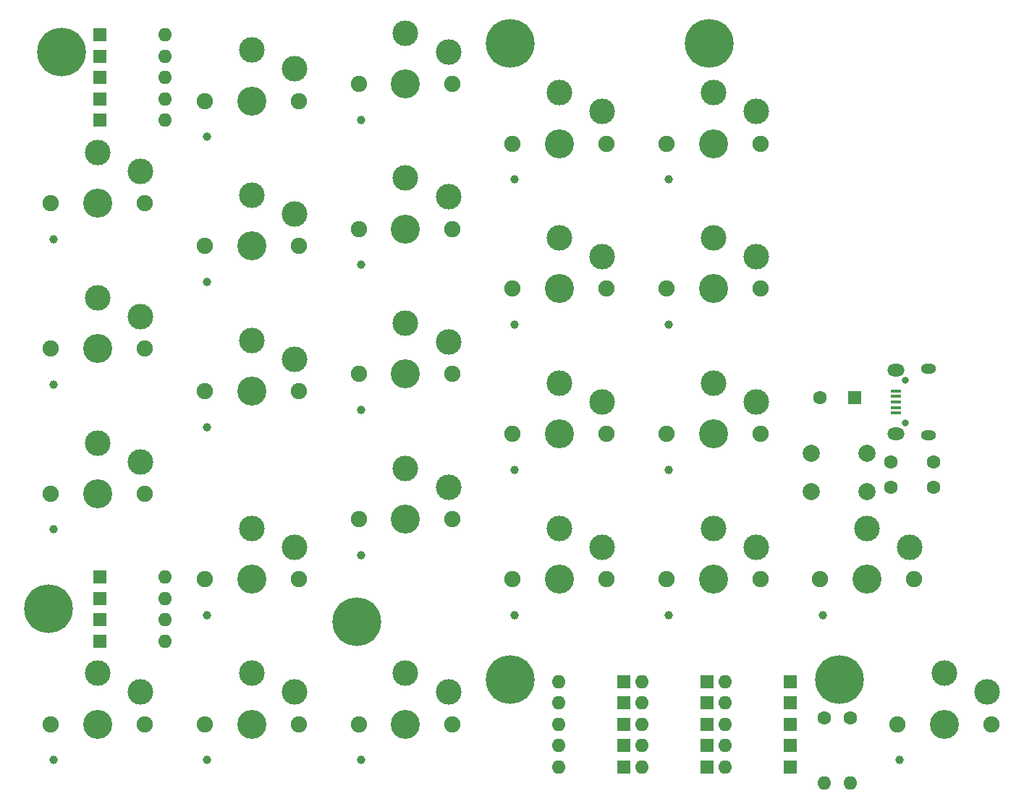
<source format=gts>
%TF.GenerationSoftware,KiCad,Pcbnew,(5.99.0-12766-g4a3658027e)*%
%TF.CreationDate,2021-12-04T14:11:10+09:00*%
%TF.ProjectId,left,6c656674-2e6b-4696-9361-645f70636258,rev?*%
%TF.SameCoordinates,Original*%
%TF.FileFunction,Soldermask,Top*%
%TF.FilePolarity,Negative*%
%FSLAX46Y46*%
G04 Gerber Fmt 4.6, Leading zero omitted, Abs format (unit mm)*
G04 Created by KiCad (PCBNEW (5.99.0-12766-g4a3658027e)) date 2021-12-04 14:11:10*
%MOMM*%
%LPD*%
G01*
G04 APERTURE LIST*
%ADD10R,1.600000X1.600000*%
%ADD11O,1.600000X1.600000*%
%ADD12C,3.000000*%
%ADD13C,1.900000*%
%ADD14C,0.990600*%
%ADD15C,3.400000*%
%ADD16C,1.600000*%
%ADD17C,2.000000*%
%ADD18C,5.700000*%
%ADD19O,0.800000X0.800000*%
%ADD20R,1.300000X0.450000*%
%ADD21O,1.800000X1.150000*%
%ADD22O,2.000000X1.450000*%
G04 APERTURE END LIST*
D10*
%TO.C,D21*%
X86500000Y-96750000D03*
D11*
X78880000Y-96750000D03*
%TD*%
D10*
%TO.C,D13*%
X96250000Y-101750000D03*
D11*
X88630000Y-101750000D03*
%TD*%
D12*
%TO.C,SW21*%
X102000000Y-47000000D03*
X97000000Y-44800000D03*
D13*
X91500000Y-50750000D03*
X102500000Y-50750000D03*
D14*
X91780000Y-54950000D03*
D15*
X97000000Y-50750000D03*
%TD*%
D16*
%TO.C,R1*%
X110000000Y-101000000D03*
D11*
X110000000Y-108620000D03*
%TD*%
D12*
%TO.C,SW18*%
X84000000Y-64000000D03*
D14*
X73780000Y-71950000D03*
D13*
X73500000Y-67750000D03*
D12*
X79000000Y-61800000D03*
D13*
X84500000Y-67750000D03*
D15*
X79000000Y-67750000D03*
%TD*%
D17*
%TO.C,SW47*%
X115000000Y-74500000D03*
X108500000Y-74500000D03*
X108500000Y-70000000D03*
X115000000Y-70000000D03*
%TD*%
D10*
%TO.C,D4*%
X106000000Y-106750000D03*
D11*
X98380000Y-106750000D03*
%TD*%
D12*
%TO.C,SW8*%
X48000000Y-59000000D03*
D13*
X48500000Y-62750000D03*
D15*
X43000000Y-62750000D03*
D13*
X37500000Y-62750000D03*
D12*
X43000000Y-56800000D03*
D14*
X37780000Y-66950000D03*
%TD*%
%TO.C,SW14*%
X91780000Y-88950000D03*
D13*
X102500000Y-84750000D03*
X91500000Y-84750000D03*
D12*
X102000000Y-81000000D03*
D15*
X97000000Y-84750000D03*
D12*
X97000000Y-78800000D03*
%TD*%
D13*
%TO.C,SW9*%
X84500000Y-84750000D03*
D14*
X73780000Y-88950000D03*
D12*
X84000000Y-81000000D03*
X79000000Y-78800000D03*
D15*
X79000000Y-84750000D03*
D13*
X73500000Y-84750000D03*
%TD*%
D12*
%TO.C,SW11*%
X66000000Y-23000000D03*
D14*
X55780000Y-30950000D03*
D12*
X61000000Y-20800000D03*
D13*
X55500000Y-26750000D03*
D15*
X61000000Y-26750000D03*
D13*
X66500000Y-26750000D03*
%TD*%
D10*
%TO.C,D8*%
X96250000Y-104250000D03*
D11*
X88630000Y-104250000D03*
%TD*%
D13*
%TO.C,SW19*%
X120500000Y-84750000D03*
D15*
X115000000Y-84750000D03*
D13*
X109500000Y-84750000D03*
D12*
X120000000Y-81000000D03*
D14*
X109780000Y-88950000D03*
D12*
X115000000Y-78800000D03*
%TD*%
%TO.C,SW17*%
X84000000Y-47000000D03*
D14*
X73780000Y-54950000D03*
D13*
X73500000Y-50750000D03*
D12*
X79000000Y-44800000D03*
D13*
X84500000Y-50750000D03*
D15*
X79000000Y-50750000D03*
%TD*%
D10*
%TO.C,D6*%
X25250000Y-28500000D03*
D11*
X32870000Y-28500000D03*
%TD*%
D12*
%TO.C,SW5*%
X25000000Y-95800000D03*
X30000000Y-98000000D03*
D13*
X19500000Y-101750000D03*
D14*
X19780000Y-105950000D03*
D13*
X30500000Y-101750000D03*
D15*
X25000000Y-101750000D03*
%TD*%
D12*
%TO.C,SW4*%
X66000000Y-74000000D03*
D13*
X66500000Y-77750000D03*
X55500000Y-77750000D03*
D12*
X61000000Y-71800000D03*
D14*
X55780000Y-81950000D03*
D15*
X61000000Y-77750000D03*
%TD*%
%TO.C,SW15*%
X43000000Y-101750000D03*
D13*
X37500000Y-101750000D03*
D14*
X37780000Y-105950000D03*
D12*
X43000000Y-95800000D03*
X48000000Y-98000000D03*
D13*
X48500000Y-101750000D03*
%TD*%
D10*
%TO.C,D23*%
X106000000Y-96750000D03*
D11*
X98380000Y-96750000D03*
%TD*%
D10*
%TO.C,D2*%
X86500000Y-106750000D03*
D11*
X78880000Y-106750000D03*
%TD*%
D10*
%TO.C,D3*%
X96250000Y-106750000D03*
D11*
X88630000Y-106750000D03*
%TD*%
D10*
%TO.C,D10*%
X25250000Y-89500000D03*
D11*
X32870000Y-89500000D03*
%TD*%
D12*
%TO.C,SW12*%
X61000000Y-37800000D03*
D15*
X61000000Y-43750000D03*
D14*
X55780000Y-47950000D03*
D12*
X66000000Y-40000000D03*
D13*
X66500000Y-43750000D03*
X55500000Y-43750000D03*
%TD*%
D10*
%TO.C,D5*%
X25250000Y-92000000D03*
D11*
X32870000Y-92000000D03*
%TD*%
D12*
%TO.C,SW6*%
X48000000Y-25000000D03*
D13*
X37500000Y-28750000D03*
D15*
X43000000Y-28750000D03*
D14*
X37780000Y-32950000D03*
D13*
X48500000Y-28750000D03*
D12*
X43000000Y-22800000D03*
%TD*%
D10*
%TO.C,D12*%
X86500000Y-101750000D03*
D11*
X78880000Y-101750000D03*
%TD*%
D10*
%TO.C,D20*%
X25250000Y-21000000D03*
D11*
X32870000Y-21000000D03*
%TD*%
D16*
%TO.C,R2*%
X113000000Y-101000000D03*
D11*
X113000000Y-108620000D03*
%TD*%
D10*
%TO.C,D9*%
X106000000Y-104250000D03*
D11*
X98380000Y-104250000D03*
%TD*%
D10*
%TO.C,D18*%
X96250000Y-99250000D03*
D11*
X88630000Y-99250000D03*
%TD*%
D10*
%TO.C,D17*%
X86500000Y-99250000D03*
D11*
X78880000Y-99250000D03*
%TD*%
D10*
%TO.C,D15*%
X25250000Y-87000000D03*
D11*
X32870000Y-87000000D03*
%TD*%
D14*
%TO.C,SW23*%
X118780000Y-105950000D03*
D15*
X124000000Y-101750000D03*
D12*
X129000000Y-98000000D03*
D13*
X118500000Y-101750000D03*
X129500000Y-101750000D03*
D12*
X124000000Y-95800000D03*
%TD*%
D13*
%TO.C,SW13*%
X66500000Y-60750000D03*
D14*
X55780000Y-64950000D03*
D15*
X61000000Y-60750000D03*
D12*
X66000000Y-57000000D03*
X61000000Y-54800000D03*
D13*
X55500000Y-60750000D03*
%TD*%
%TO.C,SW7*%
X37500000Y-45750000D03*
D12*
X43000000Y-39800000D03*
D15*
X43000000Y-45750000D03*
D14*
X37780000Y-49950000D03*
D13*
X48500000Y-45750000D03*
D12*
X48000000Y-42000000D03*
%TD*%
D13*
%TO.C,SW20*%
X102500000Y-33750000D03*
D12*
X102000000Y-30000000D03*
D13*
X91500000Y-33750000D03*
D12*
X97000000Y-27800000D03*
D14*
X91780000Y-37950000D03*
D15*
X97000000Y-33750000D03*
%TD*%
D10*
%TO.C,D22*%
X96250000Y-96750000D03*
D11*
X88630000Y-96750000D03*
%TD*%
D13*
%TO.C,SW1*%
X19500000Y-40750000D03*
D12*
X25000000Y-34800000D03*
D14*
X19780000Y-44950000D03*
D13*
X30500000Y-40750000D03*
D12*
X30000000Y-37000000D03*
D15*
X25000000Y-40750000D03*
%TD*%
D10*
%TO.C,D14*%
X106000000Y-101750000D03*
D11*
X98380000Y-101750000D03*
%TD*%
D13*
%TO.C,SW2*%
X30500000Y-57750000D03*
D14*
X19780000Y-61950000D03*
D13*
X19500000Y-57750000D03*
D12*
X30000000Y-54000000D03*
D15*
X25000000Y-57750000D03*
D12*
X25000000Y-51800000D03*
%TD*%
D10*
%TO.C,D11*%
X25250000Y-26000000D03*
D11*
X32870000Y-26000000D03*
%TD*%
D15*
%TO.C,SW16*%
X79000000Y-33750000D03*
D13*
X73500000Y-33750000D03*
D12*
X79000000Y-27800000D03*
D14*
X73780000Y-37950000D03*
D12*
X84000000Y-30000000D03*
D13*
X84500000Y-33750000D03*
%TD*%
D10*
%TO.C,D7*%
X86500000Y-104250000D03*
D11*
X78880000Y-104250000D03*
%TD*%
D10*
%TO.C,D1*%
X25250000Y-31000000D03*
D11*
X32870000Y-31000000D03*
%TD*%
D12*
%TO.C,SW22*%
X102000000Y-64000000D03*
X97000000Y-61800000D03*
D13*
X102500000Y-67750000D03*
D15*
X97000000Y-67750000D03*
D13*
X91500000Y-67750000D03*
D14*
X91780000Y-71950000D03*
%TD*%
D10*
%TO.C,D16*%
X25250000Y-23500000D03*
D11*
X32870000Y-23500000D03*
%TD*%
D13*
%TO.C,SW3*%
X19500000Y-74750000D03*
D14*
X19780000Y-78950000D03*
D12*
X25000000Y-68800000D03*
X30000000Y-71000000D03*
D15*
X25000000Y-74750000D03*
D13*
X30500000Y-74750000D03*
%TD*%
D10*
%TO.C,D19*%
X106000000Y-99250000D03*
D11*
X98380000Y-99250000D03*
%TD*%
D13*
%TO.C,SW10*%
X37500000Y-84750000D03*
D14*
X37780000Y-88950000D03*
D12*
X43000000Y-78800000D03*
D13*
X48500000Y-84750000D03*
D15*
X43000000Y-84750000D03*
D12*
X48000000Y-81000000D03*
%TD*%
D18*
%TO.C,H4*%
X96500000Y-22000000D03*
%TD*%
D19*
%TO.C,J1*%
X119450000Y-61500000D03*
X119450000Y-66500000D03*
D20*
X118350000Y-65300000D03*
X118350000Y-64650000D03*
X118350000Y-64000000D03*
X118350000Y-63350000D03*
X118350000Y-62700000D03*
D21*
X122200000Y-67875000D03*
D22*
X118400000Y-60275000D03*
X118400000Y-67725000D03*
D21*
X122200000Y-60125000D03*
%TD*%
D15*
%TO.C,SW49*%
X61000000Y-101750000D03*
D12*
X61000000Y-95800000D03*
X66000000Y-98000000D03*
D13*
X55500000Y-101750000D03*
D14*
X55780000Y-105950000D03*
D13*
X66500000Y-101750000D03*
%TD*%
D18*
%TO.C,H2*%
X19250000Y-88250000D03*
%TD*%
%TO.C,H1*%
X55250000Y-89750000D03*
%TD*%
D10*
%TO.C,D47*%
X25250000Y-84500000D03*
D11*
X32870000Y-84500000D03*
%TD*%
D18*
%TO.C,H8*%
X20750000Y-23000000D03*
%TD*%
D10*
%TO.C,BZ1*%
X113500000Y-63500000D03*
D16*
X109500000Y-63500000D03*
%TD*%
D18*
%TO.C,H6*%
X111750000Y-96500000D03*
%TD*%
%TO.C,H5*%
X73250000Y-22000000D03*
%TD*%
%TO.C,H7*%
X73250000Y-96500000D03*
%TD*%
D16*
%TO.C,C1*%
X117750000Y-71000000D03*
X122750000Y-71000000D03*
%TD*%
%TO.C,C2*%
X117750000Y-74000000D03*
X122750000Y-74000000D03*
%TD*%
M02*

</source>
